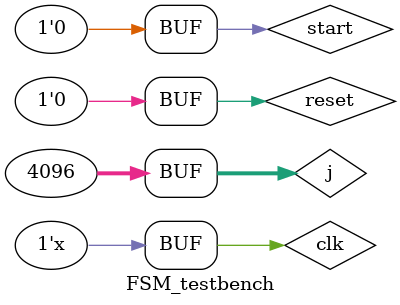
<source format=v>
`timescale 1ns / 1ps

module FSM_testbench;
    
    parameter MESS_WIDTH = 4096; 
    
    reg start=1;
    
    //Segnali di clock e reset
    reg clk=0; 
    reg reset=1;
    
    //Segnali di controllo in output della FSM
    wire[1:0] state;    
    
    //Segnali di controllo in input della FSM       
    wire fine_scrittura;
    wire fine_lettura;
    
    //Registri e segnali per la memoria
    wire [7:0] out_mem;
    wire we;    
    reg [8:0] indirizzo_write = 9'h0; // [1:0] indirizzo = 2'b00
    wire [8:0] indirizzo_read;
    
    //Registri per l'adder
    reg [MESS_WIDTH-1:0] msg;  //32 -> 4095
    reg [7:0] dati;
    wire [12:0] out;
    wire fine;
    
    
    integer j;
    initial begin
        for(j=0; j<MESS_WIDTH; j=j+1)
            msg[j] <= {$random}%2;          
    end 
    
    integer i=0;  
    always@(posedge clk) begin
        if (i>511) begin                      
        end
        else begin
            dati <= msg[8*i+:8];           
            i=i+1;
            indirizzo_write <= indirizzo_write +1;
        end   
    end
    
    FSM f1(
        .start(start),
        .clk(clk),
        .reset(reset),
        .we(we),                  
        .fine_scrittura(fine_scrittura),
        .fine_lettura(fine_lettura),
        .fine(fine),
        .indirizzo_read(indirizzo_read),              
        .state(state)
        );
    
    Memoria m1(
        .clk(clk),
        .reset(reset),
        .we(we),       
        .indirizzo_write(indirizzo_write),
        .indirizzo_read(indirizzo_read),
        .dati(dati),
        .state(state),        
        .fine_scrittura(fine_scrittura),
        .fine_lettura(fine_lettura),       
        .out_mem(out_mem)
        );
    
    Adder add1(
        .in(out_mem),        
        .clk(clk), 
        .reset(reset),                
        .state(state),                      
        .fine(fine), 
        .out(out)
        );
    
    always #5 clk = ~clk;          
    always #10 reset <= 0;    // 2 x clk
    always #15 start <= 0;    // 3 x clk
    
endmodule

</source>
